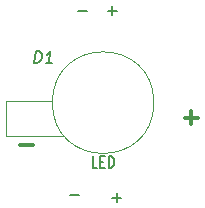
<source format=gbr>
%TF.GenerationSoftware,KiCad,Pcbnew,7.0.9-7.0.9~ubuntu22.04.1*%
%TF.CreationDate,2023-12-17T21:42:45+01:00*%
%TF.ProjectId,StarPCB,53746172-5043-4422-9e6b-696361645f70,rev?*%
%TF.SameCoordinates,Original*%
%TF.FileFunction,Legend,Top*%
%TF.FilePolarity,Positive*%
%FSLAX46Y46*%
G04 Gerber Fmt 4.6, Leading zero omitted, Abs format (unit mm)*
G04 Created by KiCad (PCBNEW 7.0.9-7.0.9~ubuntu22.04.1) date 2023-12-17 21:42:45*
%MOMM*%
%LPD*%
G01*
G04 APERTURE LIST*
%ADD10C,0.300000*%
%ADD11C,0.150000*%
%ADD12C,0.120000*%
G04 APERTURE END LIST*
D10*
X128316510Y-73905400D02*
X129459368Y-73905400D01*
X128887939Y-74476828D02*
X128887939Y-73333971D01*
X114346510Y-76191400D02*
X115489368Y-76191400D01*
D11*
X121793048Y-64843866D02*
X122554953Y-64843866D01*
X122174000Y-65224819D02*
X122174000Y-64462914D01*
X115587952Y-69288819D02*
X115712952Y-68288819D01*
X115712952Y-68288819D02*
X115951048Y-68288819D01*
X115951048Y-68288819D02*
X116087952Y-68336438D01*
X116087952Y-68336438D02*
X116171286Y-68431676D01*
X116171286Y-68431676D02*
X116207000Y-68526914D01*
X116207000Y-68526914D02*
X116230810Y-68717390D01*
X116230810Y-68717390D02*
X116212952Y-68860247D01*
X116212952Y-68860247D02*
X116141524Y-69050723D01*
X116141524Y-69050723D02*
X116082000Y-69145961D01*
X116082000Y-69145961D02*
X115974857Y-69241200D01*
X115974857Y-69241200D02*
X115826048Y-69288819D01*
X115826048Y-69288819D02*
X115587952Y-69288819D01*
X117111762Y-69288819D02*
X116540333Y-69288819D01*
X116826048Y-69288819D02*
X116951048Y-68288819D01*
X116951048Y-68288819D02*
X116837952Y-68431676D01*
X116837952Y-68431676D02*
X116730810Y-68526914D01*
X116730810Y-68526914D02*
X116629619Y-68574533D01*
X120897714Y-78178819D02*
X120516762Y-78178819D01*
X120516762Y-78178819D02*
X120516762Y-77178819D01*
X121164381Y-77655009D02*
X121431047Y-77655009D01*
X121545333Y-78178819D02*
X121164381Y-78178819D01*
X121164381Y-78178819D02*
X121164381Y-77178819D01*
X121164381Y-77178819D02*
X121545333Y-77178819D01*
X121888191Y-78178819D02*
X121888191Y-77178819D01*
X121888191Y-77178819D02*
X122078667Y-77178819D01*
X122078667Y-77178819D02*
X122192953Y-77226438D01*
X122192953Y-77226438D02*
X122269143Y-77321676D01*
X122269143Y-77321676D02*
X122307238Y-77416914D01*
X122307238Y-77416914D02*
X122345334Y-77607390D01*
X122345334Y-77607390D02*
X122345334Y-77750247D01*
X122345334Y-77750247D02*
X122307238Y-77940723D01*
X122307238Y-77940723D02*
X122269143Y-78035961D01*
X122269143Y-78035961D02*
X122192953Y-78131200D01*
X122192953Y-78131200D02*
X122078667Y-78178819D01*
X122078667Y-78178819D02*
X121888191Y-78178819D01*
X118620048Y-80462866D02*
X119381953Y-80462866D01*
X119253048Y-64843866D02*
X120014953Y-64843866D01*
X122204048Y-80688866D02*
X122965953Y-80688866D01*
X122585000Y-81069819D02*
X122585000Y-80307914D01*
D12*
%TO.C,D1*%
X113157000Y-72517000D02*
X113157000Y-75438000D01*
X113157000Y-75438000D02*
X117983000Y-75438000D01*
X116967000Y-72517000D02*
X113157000Y-72517000D01*
X125712000Y-72644000D02*
G75*
G03*
X125712000Y-72644000I-4300000J0D01*
G01*
%TD*%
M02*

</source>
